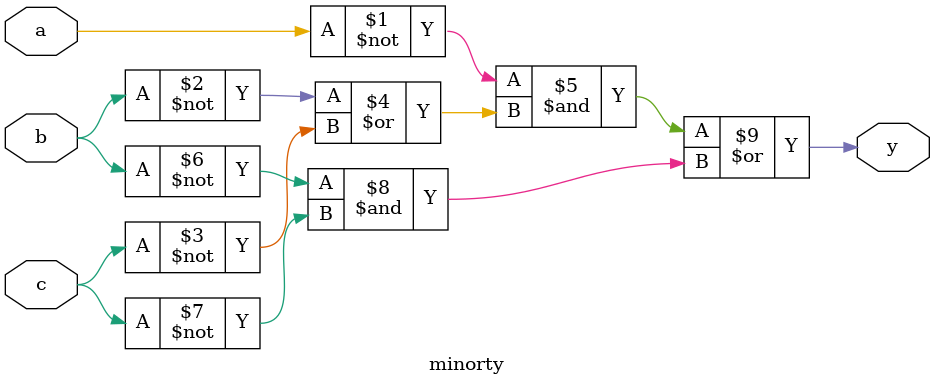
<source format=sv>
module minorty (
    input  a,b,c,
    output y
);

assign y = (~a&(~b|~c))|(~b&~c);
    
endmodule
</source>
